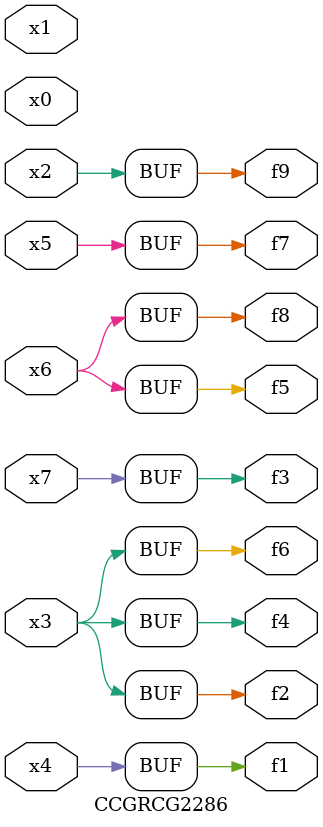
<source format=v>
module CCGRCG2286(
	input x0, x1, x2, x3, x4, x5, x6, x7,
	output f1, f2, f3, f4, f5, f6, f7, f8, f9
);
	assign f1 = x4;
	assign f2 = x3;
	assign f3 = x7;
	assign f4 = x3;
	assign f5 = x6;
	assign f6 = x3;
	assign f7 = x5;
	assign f8 = x6;
	assign f9 = x2;
endmodule

</source>
